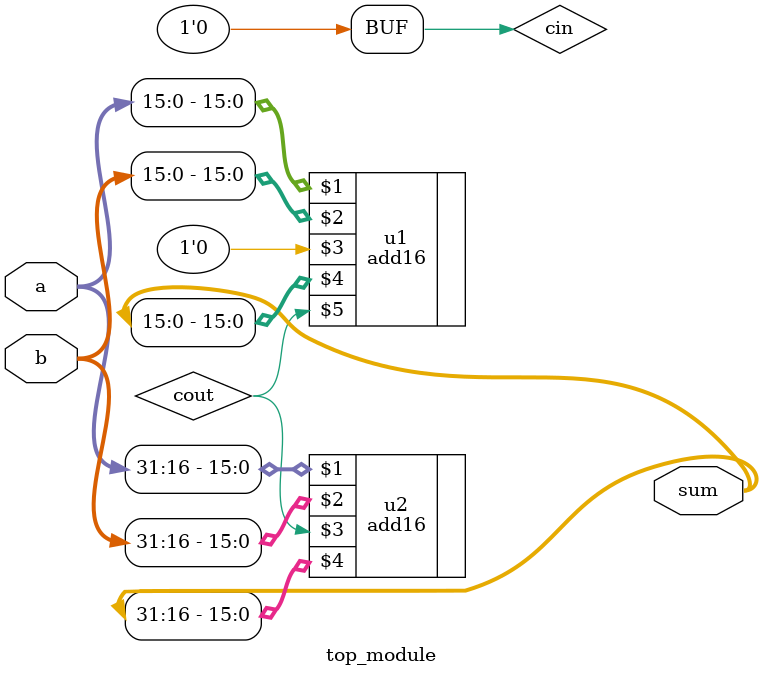
<source format=v>
module top_module(
    input [31:0] a,
    input [31:0] b,
    output [31:0] sum
);
	wire cin;
    assign cin = 0;
    wire cout;
    add16 u1(a[15:0],b[15:0],cin,sum[15:0], cout);
    add16 u2(a[31:16],b[31:16],cout,sum[31:16]);
endmodule

</source>
